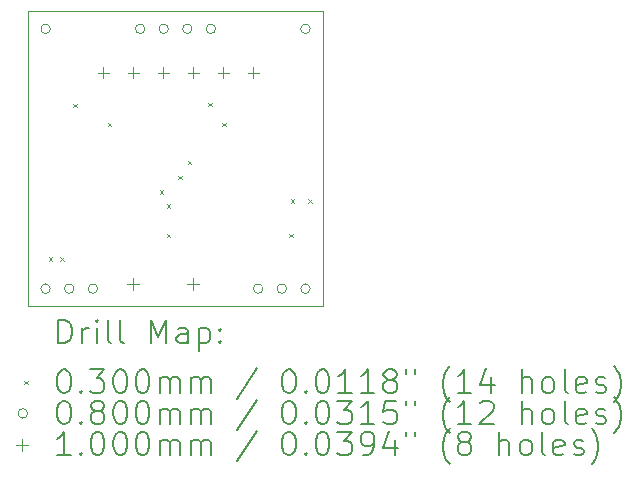
<source format=gbr>
%TF.GenerationSoftware,KiCad,Pcbnew,8.0.3*%
%TF.CreationDate,2024-07-13T19:45:57+02:00*%
%TF.ProjectId,Shift Register Board,53686966-7420-4526-9567-697374657220,rev?*%
%TF.SameCoordinates,Original*%
%TF.FileFunction,Drillmap*%
%TF.FilePolarity,Positive*%
%FSLAX45Y45*%
G04 Gerber Fmt 4.5, Leading zero omitted, Abs format (unit mm)*
G04 Created by KiCad (PCBNEW 8.0.3) date 2024-07-13 19:45:57*
%MOMM*%
%LPD*%
G01*
G04 APERTURE LIST*
%ADD10C,0.050000*%
%ADD11C,0.200000*%
%ADD12C,0.100000*%
G04 APERTURE END LIST*
D10*
X5050000Y-6040000D02*
X7550000Y-6040000D01*
X7550000Y-8540000D01*
X5050000Y-8540000D01*
X5050000Y-6040000D01*
D11*
D12*
X5225000Y-8125000D02*
X5255000Y-8155000D01*
X5255000Y-8125000D02*
X5225000Y-8155000D01*
X5325000Y-8125000D02*
X5355000Y-8155000D01*
X5355000Y-8125000D02*
X5325000Y-8155000D01*
X5435000Y-6825000D02*
X5465000Y-6855000D01*
X5465000Y-6825000D02*
X5435000Y-6855000D01*
X5725000Y-6985000D02*
X5755000Y-7015000D01*
X5755000Y-6985000D02*
X5725000Y-7015000D01*
X6165000Y-7555000D02*
X6195000Y-7585000D01*
X6195000Y-7555000D02*
X6165000Y-7585000D01*
X6225000Y-7675000D02*
X6255000Y-7705000D01*
X6255000Y-7675000D02*
X6225000Y-7705000D01*
X6225000Y-7925000D02*
X6255000Y-7955000D01*
X6255000Y-7925000D02*
X6225000Y-7955000D01*
X6325000Y-7435000D02*
X6355000Y-7465000D01*
X6355000Y-7435000D02*
X6325000Y-7465000D01*
X6405000Y-7305000D02*
X6435000Y-7335000D01*
X6435000Y-7305000D02*
X6405000Y-7335000D01*
X6575000Y-6815000D02*
X6605000Y-6845000D01*
X6605000Y-6815000D02*
X6575000Y-6845000D01*
X6695000Y-6985000D02*
X6725000Y-7015000D01*
X6725000Y-6985000D02*
X6695000Y-7015000D01*
X7265000Y-7925000D02*
X7295000Y-7955000D01*
X7295000Y-7925000D02*
X7265000Y-7955000D01*
X7275000Y-7635000D02*
X7305000Y-7665000D01*
X7305000Y-7635000D02*
X7275000Y-7665000D01*
X7425000Y-7635000D02*
X7455000Y-7665000D01*
X7455000Y-7635000D02*
X7425000Y-7665000D01*
X5240000Y-6190000D02*
G75*
G02*
X5160000Y-6190000I-40000J0D01*
G01*
X5160000Y-6190000D02*
G75*
G02*
X5240000Y-6190000I40000J0D01*
G01*
X5240000Y-8390000D02*
G75*
G02*
X5160000Y-8390000I-40000J0D01*
G01*
X5160000Y-8390000D02*
G75*
G02*
X5240000Y-8390000I40000J0D01*
G01*
X5440000Y-8390000D02*
G75*
G02*
X5360000Y-8390000I-40000J0D01*
G01*
X5360000Y-8390000D02*
G75*
G02*
X5440000Y-8390000I40000J0D01*
G01*
X5640000Y-8390000D02*
G75*
G02*
X5560000Y-8390000I-40000J0D01*
G01*
X5560000Y-8390000D02*
G75*
G02*
X5640000Y-8390000I40000J0D01*
G01*
X6040000Y-6190000D02*
G75*
G02*
X5960000Y-6190000I-40000J0D01*
G01*
X5960000Y-6190000D02*
G75*
G02*
X6040000Y-6190000I40000J0D01*
G01*
X6240000Y-6190000D02*
G75*
G02*
X6160000Y-6190000I-40000J0D01*
G01*
X6160000Y-6190000D02*
G75*
G02*
X6240000Y-6190000I40000J0D01*
G01*
X6440000Y-6190000D02*
G75*
G02*
X6360000Y-6190000I-40000J0D01*
G01*
X6360000Y-6190000D02*
G75*
G02*
X6440000Y-6190000I40000J0D01*
G01*
X6640000Y-6190000D02*
G75*
G02*
X6560000Y-6190000I-40000J0D01*
G01*
X6560000Y-6190000D02*
G75*
G02*
X6640000Y-6190000I40000J0D01*
G01*
X7040000Y-8390000D02*
G75*
G02*
X6960000Y-8390000I-40000J0D01*
G01*
X6960000Y-8390000D02*
G75*
G02*
X7040000Y-8390000I40000J0D01*
G01*
X7240000Y-8390000D02*
G75*
G02*
X7160000Y-8390000I-40000J0D01*
G01*
X7160000Y-8390000D02*
G75*
G02*
X7240000Y-8390000I40000J0D01*
G01*
X7440000Y-6190000D02*
G75*
G02*
X7360000Y-6190000I-40000J0D01*
G01*
X7360000Y-6190000D02*
G75*
G02*
X7440000Y-6190000I40000J0D01*
G01*
X7440000Y-8390000D02*
G75*
G02*
X7360000Y-8390000I-40000J0D01*
G01*
X7360000Y-8390000D02*
G75*
G02*
X7440000Y-8390000I40000J0D01*
G01*
X5690000Y-6510000D02*
X5690000Y-6610000D01*
X5640000Y-6560000D02*
X5740000Y-6560000D01*
X5940000Y-8300000D02*
X5940000Y-8400000D01*
X5890000Y-8350000D02*
X5990000Y-8350000D01*
X5944000Y-6510000D02*
X5944000Y-6610000D01*
X5894000Y-6560000D02*
X5994000Y-6560000D01*
X6198000Y-6510000D02*
X6198000Y-6610000D01*
X6148000Y-6560000D02*
X6248000Y-6560000D01*
X6450000Y-8300000D02*
X6450000Y-8400000D01*
X6400000Y-8350000D02*
X6500000Y-8350000D01*
X6452000Y-6510000D02*
X6452000Y-6610000D01*
X6402000Y-6560000D02*
X6502000Y-6560000D01*
X6706000Y-6510000D02*
X6706000Y-6610000D01*
X6656000Y-6560000D02*
X6756000Y-6560000D01*
X6960000Y-6510000D02*
X6960000Y-6610000D01*
X6910000Y-6560000D02*
X7010000Y-6560000D01*
D11*
X5308277Y-8853984D02*
X5308277Y-8653984D01*
X5308277Y-8653984D02*
X5355896Y-8653984D01*
X5355896Y-8653984D02*
X5384467Y-8663508D01*
X5384467Y-8663508D02*
X5403515Y-8682555D01*
X5403515Y-8682555D02*
X5413039Y-8701603D01*
X5413039Y-8701603D02*
X5422563Y-8739698D01*
X5422563Y-8739698D02*
X5422563Y-8768270D01*
X5422563Y-8768270D02*
X5413039Y-8806365D01*
X5413039Y-8806365D02*
X5403515Y-8825412D01*
X5403515Y-8825412D02*
X5384467Y-8844460D01*
X5384467Y-8844460D02*
X5355896Y-8853984D01*
X5355896Y-8853984D02*
X5308277Y-8853984D01*
X5508277Y-8853984D02*
X5508277Y-8720650D01*
X5508277Y-8758746D02*
X5517801Y-8739698D01*
X5517801Y-8739698D02*
X5527324Y-8730174D01*
X5527324Y-8730174D02*
X5546372Y-8720650D01*
X5546372Y-8720650D02*
X5565420Y-8720650D01*
X5632086Y-8853984D02*
X5632086Y-8720650D01*
X5632086Y-8653984D02*
X5622562Y-8663508D01*
X5622562Y-8663508D02*
X5632086Y-8673031D01*
X5632086Y-8673031D02*
X5641610Y-8663508D01*
X5641610Y-8663508D02*
X5632086Y-8653984D01*
X5632086Y-8653984D02*
X5632086Y-8673031D01*
X5755896Y-8853984D02*
X5736848Y-8844460D01*
X5736848Y-8844460D02*
X5727324Y-8825412D01*
X5727324Y-8825412D02*
X5727324Y-8653984D01*
X5860658Y-8853984D02*
X5841610Y-8844460D01*
X5841610Y-8844460D02*
X5832086Y-8825412D01*
X5832086Y-8825412D02*
X5832086Y-8653984D01*
X6089229Y-8853984D02*
X6089229Y-8653984D01*
X6089229Y-8653984D02*
X6155896Y-8796841D01*
X6155896Y-8796841D02*
X6222562Y-8653984D01*
X6222562Y-8653984D02*
X6222562Y-8853984D01*
X6403515Y-8853984D02*
X6403515Y-8749222D01*
X6403515Y-8749222D02*
X6393991Y-8730174D01*
X6393991Y-8730174D02*
X6374943Y-8720650D01*
X6374943Y-8720650D02*
X6336848Y-8720650D01*
X6336848Y-8720650D02*
X6317801Y-8730174D01*
X6403515Y-8844460D02*
X6384467Y-8853984D01*
X6384467Y-8853984D02*
X6336848Y-8853984D01*
X6336848Y-8853984D02*
X6317801Y-8844460D01*
X6317801Y-8844460D02*
X6308277Y-8825412D01*
X6308277Y-8825412D02*
X6308277Y-8806365D01*
X6308277Y-8806365D02*
X6317801Y-8787317D01*
X6317801Y-8787317D02*
X6336848Y-8777793D01*
X6336848Y-8777793D02*
X6384467Y-8777793D01*
X6384467Y-8777793D02*
X6403515Y-8768270D01*
X6498753Y-8720650D02*
X6498753Y-8920650D01*
X6498753Y-8730174D02*
X6517801Y-8720650D01*
X6517801Y-8720650D02*
X6555896Y-8720650D01*
X6555896Y-8720650D02*
X6574943Y-8730174D01*
X6574943Y-8730174D02*
X6584467Y-8739698D01*
X6584467Y-8739698D02*
X6593991Y-8758746D01*
X6593991Y-8758746D02*
X6593991Y-8815889D01*
X6593991Y-8815889D02*
X6584467Y-8834936D01*
X6584467Y-8834936D02*
X6574943Y-8844460D01*
X6574943Y-8844460D02*
X6555896Y-8853984D01*
X6555896Y-8853984D02*
X6517801Y-8853984D01*
X6517801Y-8853984D02*
X6498753Y-8844460D01*
X6679705Y-8834936D02*
X6689229Y-8844460D01*
X6689229Y-8844460D02*
X6679705Y-8853984D01*
X6679705Y-8853984D02*
X6670182Y-8844460D01*
X6670182Y-8844460D02*
X6679705Y-8834936D01*
X6679705Y-8834936D02*
X6679705Y-8853984D01*
X6679705Y-8730174D02*
X6689229Y-8739698D01*
X6689229Y-8739698D02*
X6679705Y-8749222D01*
X6679705Y-8749222D02*
X6670182Y-8739698D01*
X6670182Y-8739698D02*
X6679705Y-8730174D01*
X6679705Y-8730174D02*
X6679705Y-8749222D01*
D12*
X5017500Y-9167500D02*
X5047500Y-9197500D01*
X5047500Y-9167500D02*
X5017500Y-9197500D01*
D11*
X5346372Y-9073984D02*
X5365420Y-9073984D01*
X5365420Y-9073984D02*
X5384467Y-9083508D01*
X5384467Y-9083508D02*
X5393991Y-9093031D01*
X5393991Y-9093031D02*
X5403515Y-9112079D01*
X5403515Y-9112079D02*
X5413039Y-9150174D01*
X5413039Y-9150174D02*
X5413039Y-9197793D01*
X5413039Y-9197793D02*
X5403515Y-9235889D01*
X5403515Y-9235889D02*
X5393991Y-9254936D01*
X5393991Y-9254936D02*
X5384467Y-9264460D01*
X5384467Y-9264460D02*
X5365420Y-9273984D01*
X5365420Y-9273984D02*
X5346372Y-9273984D01*
X5346372Y-9273984D02*
X5327324Y-9264460D01*
X5327324Y-9264460D02*
X5317801Y-9254936D01*
X5317801Y-9254936D02*
X5308277Y-9235889D01*
X5308277Y-9235889D02*
X5298753Y-9197793D01*
X5298753Y-9197793D02*
X5298753Y-9150174D01*
X5298753Y-9150174D02*
X5308277Y-9112079D01*
X5308277Y-9112079D02*
X5317801Y-9093031D01*
X5317801Y-9093031D02*
X5327324Y-9083508D01*
X5327324Y-9083508D02*
X5346372Y-9073984D01*
X5498753Y-9254936D02*
X5508277Y-9264460D01*
X5508277Y-9264460D02*
X5498753Y-9273984D01*
X5498753Y-9273984D02*
X5489229Y-9264460D01*
X5489229Y-9264460D02*
X5498753Y-9254936D01*
X5498753Y-9254936D02*
X5498753Y-9273984D01*
X5574944Y-9073984D02*
X5698753Y-9073984D01*
X5698753Y-9073984D02*
X5632086Y-9150174D01*
X5632086Y-9150174D02*
X5660658Y-9150174D01*
X5660658Y-9150174D02*
X5679705Y-9159698D01*
X5679705Y-9159698D02*
X5689229Y-9169222D01*
X5689229Y-9169222D02*
X5698753Y-9188270D01*
X5698753Y-9188270D02*
X5698753Y-9235889D01*
X5698753Y-9235889D02*
X5689229Y-9254936D01*
X5689229Y-9254936D02*
X5679705Y-9264460D01*
X5679705Y-9264460D02*
X5660658Y-9273984D01*
X5660658Y-9273984D02*
X5603515Y-9273984D01*
X5603515Y-9273984D02*
X5584467Y-9264460D01*
X5584467Y-9264460D02*
X5574944Y-9254936D01*
X5822562Y-9073984D02*
X5841610Y-9073984D01*
X5841610Y-9073984D02*
X5860658Y-9083508D01*
X5860658Y-9083508D02*
X5870182Y-9093031D01*
X5870182Y-9093031D02*
X5879705Y-9112079D01*
X5879705Y-9112079D02*
X5889229Y-9150174D01*
X5889229Y-9150174D02*
X5889229Y-9197793D01*
X5889229Y-9197793D02*
X5879705Y-9235889D01*
X5879705Y-9235889D02*
X5870182Y-9254936D01*
X5870182Y-9254936D02*
X5860658Y-9264460D01*
X5860658Y-9264460D02*
X5841610Y-9273984D01*
X5841610Y-9273984D02*
X5822562Y-9273984D01*
X5822562Y-9273984D02*
X5803515Y-9264460D01*
X5803515Y-9264460D02*
X5793991Y-9254936D01*
X5793991Y-9254936D02*
X5784467Y-9235889D01*
X5784467Y-9235889D02*
X5774943Y-9197793D01*
X5774943Y-9197793D02*
X5774943Y-9150174D01*
X5774943Y-9150174D02*
X5784467Y-9112079D01*
X5784467Y-9112079D02*
X5793991Y-9093031D01*
X5793991Y-9093031D02*
X5803515Y-9083508D01*
X5803515Y-9083508D02*
X5822562Y-9073984D01*
X6013039Y-9073984D02*
X6032086Y-9073984D01*
X6032086Y-9073984D02*
X6051134Y-9083508D01*
X6051134Y-9083508D02*
X6060658Y-9093031D01*
X6060658Y-9093031D02*
X6070182Y-9112079D01*
X6070182Y-9112079D02*
X6079705Y-9150174D01*
X6079705Y-9150174D02*
X6079705Y-9197793D01*
X6079705Y-9197793D02*
X6070182Y-9235889D01*
X6070182Y-9235889D02*
X6060658Y-9254936D01*
X6060658Y-9254936D02*
X6051134Y-9264460D01*
X6051134Y-9264460D02*
X6032086Y-9273984D01*
X6032086Y-9273984D02*
X6013039Y-9273984D01*
X6013039Y-9273984D02*
X5993991Y-9264460D01*
X5993991Y-9264460D02*
X5984467Y-9254936D01*
X5984467Y-9254936D02*
X5974943Y-9235889D01*
X5974943Y-9235889D02*
X5965420Y-9197793D01*
X5965420Y-9197793D02*
X5965420Y-9150174D01*
X5965420Y-9150174D02*
X5974943Y-9112079D01*
X5974943Y-9112079D02*
X5984467Y-9093031D01*
X5984467Y-9093031D02*
X5993991Y-9083508D01*
X5993991Y-9083508D02*
X6013039Y-9073984D01*
X6165420Y-9273984D02*
X6165420Y-9140650D01*
X6165420Y-9159698D02*
X6174943Y-9150174D01*
X6174943Y-9150174D02*
X6193991Y-9140650D01*
X6193991Y-9140650D02*
X6222563Y-9140650D01*
X6222563Y-9140650D02*
X6241610Y-9150174D01*
X6241610Y-9150174D02*
X6251134Y-9169222D01*
X6251134Y-9169222D02*
X6251134Y-9273984D01*
X6251134Y-9169222D02*
X6260658Y-9150174D01*
X6260658Y-9150174D02*
X6279705Y-9140650D01*
X6279705Y-9140650D02*
X6308277Y-9140650D01*
X6308277Y-9140650D02*
X6327324Y-9150174D01*
X6327324Y-9150174D02*
X6336848Y-9169222D01*
X6336848Y-9169222D02*
X6336848Y-9273984D01*
X6432086Y-9273984D02*
X6432086Y-9140650D01*
X6432086Y-9159698D02*
X6441610Y-9150174D01*
X6441610Y-9150174D02*
X6460658Y-9140650D01*
X6460658Y-9140650D02*
X6489229Y-9140650D01*
X6489229Y-9140650D02*
X6508277Y-9150174D01*
X6508277Y-9150174D02*
X6517801Y-9169222D01*
X6517801Y-9169222D02*
X6517801Y-9273984D01*
X6517801Y-9169222D02*
X6527324Y-9150174D01*
X6527324Y-9150174D02*
X6546372Y-9140650D01*
X6546372Y-9140650D02*
X6574943Y-9140650D01*
X6574943Y-9140650D02*
X6593991Y-9150174D01*
X6593991Y-9150174D02*
X6603515Y-9169222D01*
X6603515Y-9169222D02*
X6603515Y-9273984D01*
X6993991Y-9064460D02*
X6822563Y-9321603D01*
X7251134Y-9073984D02*
X7270182Y-9073984D01*
X7270182Y-9073984D02*
X7289229Y-9083508D01*
X7289229Y-9083508D02*
X7298753Y-9093031D01*
X7298753Y-9093031D02*
X7308277Y-9112079D01*
X7308277Y-9112079D02*
X7317801Y-9150174D01*
X7317801Y-9150174D02*
X7317801Y-9197793D01*
X7317801Y-9197793D02*
X7308277Y-9235889D01*
X7308277Y-9235889D02*
X7298753Y-9254936D01*
X7298753Y-9254936D02*
X7289229Y-9264460D01*
X7289229Y-9264460D02*
X7270182Y-9273984D01*
X7270182Y-9273984D02*
X7251134Y-9273984D01*
X7251134Y-9273984D02*
X7232086Y-9264460D01*
X7232086Y-9264460D02*
X7222563Y-9254936D01*
X7222563Y-9254936D02*
X7213039Y-9235889D01*
X7213039Y-9235889D02*
X7203515Y-9197793D01*
X7203515Y-9197793D02*
X7203515Y-9150174D01*
X7203515Y-9150174D02*
X7213039Y-9112079D01*
X7213039Y-9112079D02*
X7222563Y-9093031D01*
X7222563Y-9093031D02*
X7232086Y-9083508D01*
X7232086Y-9083508D02*
X7251134Y-9073984D01*
X7403515Y-9254936D02*
X7413039Y-9264460D01*
X7413039Y-9264460D02*
X7403515Y-9273984D01*
X7403515Y-9273984D02*
X7393991Y-9264460D01*
X7393991Y-9264460D02*
X7403515Y-9254936D01*
X7403515Y-9254936D02*
X7403515Y-9273984D01*
X7536848Y-9073984D02*
X7555896Y-9073984D01*
X7555896Y-9073984D02*
X7574944Y-9083508D01*
X7574944Y-9083508D02*
X7584467Y-9093031D01*
X7584467Y-9093031D02*
X7593991Y-9112079D01*
X7593991Y-9112079D02*
X7603515Y-9150174D01*
X7603515Y-9150174D02*
X7603515Y-9197793D01*
X7603515Y-9197793D02*
X7593991Y-9235889D01*
X7593991Y-9235889D02*
X7584467Y-9254936D01*
X7584467Y-9254936D02*
X7574944Y-9264460D01*
X7574944Y-9264460D02*
X7555896Y-9273984D01*
X7555896Y-9273984D02*
X7536848Y-9273984D01*
X7536848Y-9273984D02*
X7517801Y-9264460D01*
X7517801Y-9264460D02*
X7508277Y-9254936D01*
X7508277Y-9254936D02*
X7498753Y-9235889D01*
X7498753Y-9235889D02*
X7489229Y-9197793D01*
X7489229Y-9197793D02*
X7489229Y-9150174D01*
X7489229Y-9150174D02*
X7498753Y-9112079D01*
X7498753Y-9112079D02*
X7508277Y-9093031D01*
X7508277Y-9093031D02*
X7517801Y-9083508D01*
X7517801Y-9083508D02*
X7536848Y-9073984D01*
X7793991Y-9273984D02*
X7679706Y-9273984D01*
X7736848Y-9273984D02*
X7736848Y-9073984D01*
X7736848Y-9073984D02*
X7717801Y-9102555D01*
X7717801Y-9102555D02*
X7698753Y-9121603D01*
X7698753Y-9121603D02*
X7679706Y-9131127D01*
X7984467Y-9273984D02*
X7870182Y-9273984D01*
X7927325Y-9273984D02*
X7927325Y-9073984D01*
X7927325Y-9073984D02*
X7908277Y-9102555D01*
X7908277Y-9102555D02*
X7889229Y-9121603D01*
X7889229Y-9121603D02*
X7870182Y-9131127D01*
X8098753Y-9159698D02*
X8079706Y-9150174D01*
X8079706Y-9150174D02*
X8070182Y-9140650D01*
X8070182Y-9140650D02*
X8060658Y-9121603D01*
X8060658Y-9121603D02*
X8060658Y-9112079D01*
X8060658Y-9112079D02*
X8070182Y-9093031D01*
X8070182Y-9093031D02*
X8079706Y-9083508D01*
X8079706Y-9083508D02*
X8098753Y-9073984D01*
X8098753Y-9073984D02*
X8136848Y-9073984D01*
X8136848Y-9073984D02*
X8155896Y-9083508D01*
X8155896Y-9083508D02*
X8165420Y-9093031D01*
X8165420Y-9093031D02*
X8174944Y-9112079D01*
X8174944Y-9112079D02*
X8174944Y-9121603D01*
X8174944Y-9121603D02*
X8165420Y-9140650D01*
X8165420Y-9140650D02*
X8155896Y-9150174D01*
X8155896Y-9150174D02*
X8136848Y-9159698D01*
X8136848Y-9159698D02*
X8098753Y-9159698D01*
X8098753Y-9159698D02*
X8079706Y-9169222D01*
X8079706Y-9169222D02*
X8070182Y-9178746D01*
X8070182Y-9178746D02*
X8060658Y-9197793D01*
X8060658Y-9197793D02*
X8060658Y-9235889D01*
X8060658Y-9235889D02*
X8070182Y-9254936D01*
X8070182Y-9254936D02*
X8079706Y-9264460D01*
X8079706Y-9264460D02*
X8098753Y-9273984D01*
X8098753Y-9273984D02*
X8136848Y-9273984D01*
X8136848Y-9273984D02*
X8155896Y-9264460D01*
X8155896Y-9264460D02*
X8165420Y-9254936D01*
X8165420Y-9254936D02*
X8174944Y-9235889D01*
X8174944Y-9235889D02*
X8174944Y-9197793D01*
X8174944Y-9197793D02*
X8165420Y-9178746D01*
X8165420Y-9178746D02*
X8155896Y-9169222D01*
X8155896Y-9169222D02*
X8136848Y-9159698D01*
X8251134Y-9073984D02*
X8251134Y-9112079D01*
X8327325Y-9073984D02*
X8327325Y-9112079D01*
X8622563Y-9350174D02*
X8613039Y-9340650D01*
X8613039Y-9340650D02*
X8593991Y-9312079D01*
X8593991Y-9312079D02*
X8584468Y-9293031D01*
X8584468Y-9293031D02*
X8574944Y-9264460D01*
X8574944Y-9264460D02*
X8565420Y-9216841D01*
X8565420Y-9216841D02*
X8565420Y-9178746D01*
X8565420Y-9178746D02*
X8574944Y-9131127D01*
X8574944Y-9131127D02*
X8584468Y-9102555D01*
X8584468Y-9102555D02*
X8593991Y-9083508D01*
X8593991Y-9083508D02*
X8613039Y-9054936D01*
X8613039Y-9054936D02*
X8622563Y-9045412D01*
X8803515Y-9273984D02*
X8689230Y-9273984D01*
X8746372Y-9273984D02*
X8746372Y-9073984D01*
X8746372Y-9073984D02*
X8727325Y-9102555D01*
X8727325Y-9102555D02*
X8708277Y-9121603D01*
X8708277Y-9121603D02*
X8689230Y-9131127D01*
X8974944Y-9140650D02*
X8974944Y-9273984D01*
X8927325Y-9064460D02*
X8879706Y-9207317D01*
X8879706Y-9207317D02*
X9003515Y-9207317D01*
X9232087Y-9273984D02*
X9232087Y-9073984D01*
X9317801Y-9273984D02*
X9317801Y-9169222D01*
X9317801Y-9169222D02*
X9308277Y-9150174D01*
X9308277Y-9150174D02*
X9289230Y-9140650D01*
X9289230Y-9140650D02*
X9260658Y-9140650D01*
X9260658Y-9140650D02*
X9241611Y-9150174D01*
X9241611Y-9150174D02*
X9232087Y-9159698D01*
X9441611Y-9273984D02*
X9422563Y-9264460D01*
X9422563Y-9264460D02*
X9413039Y-9254936D01*
X9413039Y-9254936D02*
X9403515Y-9235889D01*
X9403515Y-9235889D02*
X9403515Y-9178746D01*
X9403515Y-9178746D02*
X9413039Y-9159698D01*
X9413039Y-9159698D02*
X9422563Y-9150174D01*
X9422563Y-9150174D02*
X9441611Y-9140650D01*
X9441611Y-9140650D02*
X9470182Y-9140650D01*
X9470182Y-9140650D02*
X9489230Y-9150174D01*
X9489230Y-9150174D02*
X9498753Y-9159698D01*
X9498753Y-9159698D02*
X9508277Y-9178746D01*
X9508277Y-9178746D02*
X9508277Y-9235889D01*
X9508277Y-9235889D02*
X9498753Y-9254936D01*
X9498753Y-9254936D02*
X9489230Y-9264460D01*
X9489230Y-9264460D02*
X9470182Y-9273984D01*
X9470182Y-9273984D02*
X9441611Y-9273984D01*
X9622563Y-9273984D02*
X9603515Y-9264460D01*
X9603515Y-9264460D02*
X9593992Y-9245412D01*
X9593992Y-9245412D02*
X9593992Y-9073984D01*
X9774944Y-9264460D02*
X9755896Y-9273984D01*
X9755896Y-9273984D02*
X9717801Y-9273984D01*
X9717801Y-9273984D02*
X9698753Y-9264460D01*
X9698753Y-9264460D02*
X9689230Y-9245412D01*
X9689230Y-9245412D02*
X9689230Y-9169222D01*
X9689230Y-9169222D02*
X9698753Y-9150174D01*
X9698753Y-9150174D02*
X9717801Y-9140650D01*
X9717801Y-9140650D02*
X9755896Y-9140650D01*
X9755896Y-9140650D02*
X9774944Y-9150174D01*
X9774944Y-9150174D02*
X9784468Y-9169222D01*
X9784468Y-9169222D02*
X9784468Y-9188270D01*
X9784468Y-9188270D02*
X9689230Y-9207317D01*
X9860658Y-9264460D02*
X9879706Y-9273984D01*
X9879706Y-9273984D02*
X9917801Y-9273984D01*
X9917801Y-9273984D02*
X9936849Y-9264460D01*
X9936849Y-9264460D02*
X9946373Y-9245412D01*
X9946373Y-9245412D02*
X9946373Y-9235889D01*
X9946373Y-9235889D02*
X9936849Y-9216841D01*
X9936849Y-9216841D02*
X9917801Y-9207317D01*
X9917801Y-9207317D02*
X9889230Y-9207317D01*
X9889230Y-9207317D02*
X9870182Y-9197793D01*
X9870182Y-9197793D02*
X9860658Y-9178746D01*
X9860658Y-9178746D02*
X9860658Y-9169222D01*
X9860658Y-9169222D02*
X9870182Y-9150174D01*
X9870182Y-9150174D02*
X9889230Y-9140650D01*
X9889230Y-9140650D02*
X9917801Y-9140650D01*
X9917801Y-9140650D02*
X9936849Y-9150174D01*
X10013039Y-9350174D02*
X10022563Y-9340650D01*
X10022563Y-9340650D02*
X10041611Y-9312079D01*
X10041611Y-9312079D02*
X10051134Y-9293031D01*
X10051134Y-9293031D02*
X10060658Y-9264460D01*
X10060658Y-9264460D02*
X10070182Y-9216841D01*
X10070182Y-9216841D02*
X10070182Y-9178746D01*
X10070182Y-9178746D02*
X10060658Y-9131127D01*
X10060658Y-9131127D02*
X10051134Y-9102555D01*
X10051134Y-9102555D02*
X10041611Y-9083508D01*
X10041611Y-9083508D02*
X10022563Y-9054936D01*
X10022563Y-9054936D02*
X10013039Y-9045412D01*
D12*
X5047500Y-9446500D02*
G75*
G02*
X4967500Y-9446500I-40000J0D01*
G01*
X4967500Y-9446500D02*
G75*
G02*
X5047500Y-9446500I40000J0D01*
G01*
D11*
X5346372Y-9337984D02*
X5365420Y-9337984D01*
X5365420Y-9337984D02*
X5384467Y-9347508D01*
X5384467Y-9347508D02*
X5393991Y-9357031D01*
X5393991Y-9357031D02*
X5403515Y-9376079D01*
X5403515Y-9376079D02*
X5413039Y-9414174D01*
X5413039Y-9414174D02*
X5413039Y-9461793D01*
X5413039Y-9461793D02*
X5403515Y-9499889D01*
X5403515Y-9499889D02*
X5393991Y-9518936D01*
X5393991Y-9518936D02*
X5384467Y-9528460D01*
X5384467Y-9528460D02*
X5365420Y-9537984D01*
X5365420Y-9537984D02*
X5346372Y-9537984D01*
X5346372Y-9537984D02*
X5327324Y-9528460D01*
X5327324Y-9528460D02*
X5317801Y-9518936D01*
X5317801Y-9518936D02*
X5308277Y-9499889D01*
X5308277Y-9499889D02*
X5298753Y-9461793D01*
X5298753Y-9461793D02*
X5298753Y-9414174D01*
X5298753Y-9414174D02*
X5308277Y-9376079D01*
X5308277Y-9376079D02*
X5317801Y-9357031D01*
X5317801Y-9357031D02*
X5327324Y-9347508D01*
X5327324Y-9347508D02*
X5346372Y-9337984D01*
X5498753Y-9518936D02*
X5508277Y-9528460D01*
X5508277Y-9528460D02*
X5498753Y-9537984D01*
X5498753Y-9537984D02*
X5489229Y-9528460D01*
X5489229Y-9528460D02*
X5498753Y-9518936D01*
X5498753Y-9518936D02*
X5498753Y-9537984D01*
X5622562Y-9423698D02*
X5603515Y-9414174D01*
X5603515Y-9414174D02*
X5593991Y-9404650D01*
X5593991Y-9404650D02*
X5584467Y-9385603D01*
X5584467Y-9385603D02*
X5584467Y-9376079D01*
X5584467Y-9376079D02*
X5593991Y-9357031D01*
X5593991Y-9357031D02*
X5603515Y-9347508D01*
X5603515Y-9347508D02*
X5622562Y-9337984D01*
X5622562Y-9337984D02*
X5660658Y-9337984D01*
X5660658Y-9337984D02*
X5679705Y-9347508D01*
X5679705Y-9347508D02*
X5689229Y-9357031D01*
X5689229Y-9357031D02*
X5698753Y-9376079D01*
X5698753Y-9376079D02*
X5698753Y-9385603D01*
X5698753Y-9385603D02*
X5689229Y-9404650D01*
X5689229Y-9404650D02*
X5679705Y-9414174D01*
X5679705Y-9414174D02*
X5660658Y-9423698D01*
X5660658Y-9423698D02*
X5622562Y-9423698D01*
X5622562Y-9423698D02*
X5603515Y-9433222D01*
X5603515Y-9433222D02*
X5593991Y-9442746D01*
X5593991Y-9442746D02*
X5584467Y-9461793D01*
X5584467Y-9461793D02*
X5584467Y-9499889D01*
X5584467Y-9499889D02*
X5593991Y-9518936D01*
X5593991Y-9518936D02*
X5603515Y-9528460D01*
X5603515Y-9528460D02*
X5622562Y-9537984D01*
X5622562Y-9537984D02*
X5660658Y-9537984D01*
X5660658Y-9537984D02*
X5679705Y-9528460D01*
X5679705Y-9528460D02*
X5689229Y-9518936D01*
X5689229Y-9518936D02*
X5698753Y-9499889D01*
X5698753Y-9499889D02*
X5698753Y-9461793D01*
X5698753Y-9461793D02*
X5689229Y-9442746D01*
X5689229Y-9442746D02*
X5679705Y-9433222D01*
X5679705Y-9433222D02*
X5660658Y-9423698D01*
X5822562Y-9337984D02*
X5841610Y-9337984D01*
X5841610Y-9337984D02*
X5860658Y-9347508D01*
X5860658Y-9347508D02*
X5870182Y-9357031D01*
X5870182Y-9357031D02*
X5879705Y-9376079D01*
X5879705Y-9376079D02*
X5889229Y-9414174D01*
X5889229Y-9414174D02*
X5889229Y-9461793D01*
X5889229Y-9461793D02*
X5879705Y-9499889D01*
X5879705Y-9499889D02*
X5870182Y-9518936D01*
X5870182Y-9518936D02*
X5860658Y-9528460D01*
X5860658Y-9528460D02*
X5841610Y-9537984D01*
X5841610Y-9537984D02*
X5822562Y-9537984D01*
X5822562Y-9537984D02*
X5803515Y-9528460D01*
X5803515Y-9528460D02*
X5793991Y-9518936D01*
X5793991Y-9518936D02*
X5784467Y-9499889D01*
X5784467Y-9499889D02*
X5774943Y-9461793D01*
X5774943Y-9461793D02*
X5774943Y-9414174D01*
X5774943Y-9414174D02*
X5784467Y-9376079D01*
X5784467Y-9376079D02*
X5793991Y-9357031D01*
X5793991Y-9357031D02*
X5803515Y-9347508D01*
X5803515Y-9347508D02*
X5822562Y-9337984D01*
X6013039Y-9337984D02*
X6032086Y-9337984D01*
X6032086Y-9337984D02*
X6051134Y-9347508D01*
X6051134Y-9347508D02*
X6060658Y-9357031D01*
X6060658Y-9357031D02*
X6070182Y-9376079D01*
X6070182Y-9376079D02*
X6079705Y-9414174D01*
X6079705Y-9414174D02*
X6079705Y-9461793D01*
X6079705Y-9461793D02*
X6070182Y-9499889D01*
X6070182Y-9499889D02*
X6060658Y-9518936D01*
X6060658Y-9518936D02*
X6051134Y-9528460D01*
X6051134Y-9528460D02*
X6032086Y-9537984D01*
X6032086Y-9537984D02*
X6013039Y-9537984D01*
X6013039Y-9537984D02*
X5993991Y-9528460D01*
X5993991Y-9528460D02*
X5984467Y-9518936D01*
X5984467Y-9518936D02*
X5974943Y-9499889D01*
X5974943Y-9499889D02*
X5965420Y-9461793D01*
X5965420Y-9461793D02*
X5965420Y-9414174D01*
X5965420Y-9414174D02*
X5974943Y-9376079D01*
X5974943Y-9376079D02*
X5984467Y-9357031D01*
X5984467Y-9357031D02*
X5993991Y-9347508D01*
X5993991Y-9347508D02*
X6013039Y-9337984D01*
X6165420Y-9537984D02*
X6165420Y-9404650D01*
X6165420Y-9423698D02*
X6174943Y-9414174D01*
X6174943Y-9414174D02*
X6193991Y-9404650D01*
X6193991Y-9404650D02*
X6222563Y-9404650D01*
X6222563Y-9404650D02*
X6241610Y-9414174D01*
X6241610Y-9414174D02*
X6251134Y-9433222D01*
X6251134Y-9433222D02*
X6251134Y-9537984D01*
X6251134Y-9433222D02*
X6260658Y-9414174D01*
X6260658Y-9414174D02*
X6279705Y-9404650D01*
X6279705Y-9404650D02*
X6308277Y-9404650D01*
X6308277Y-9404650D02*
X6327324Y-9414174D01*
X6327324Y-9414174D02*
X6336848Y-9433222D01*
X6336848Y-9433222D02*
X6336848Y-9537984D01*
X6432086Y-9537984D02*
X6432086Y-9404650D01*
X6432086Y-9423698D02*
X6441610Y-9414174D01*
X6441610Y-9414174D02*
X6460658Y-9404650D01*
X6460658Y-9404650D02*
X6489229Y-9404650D01*
X6489229Y-9404650D02*
X6508277Y-9414174D01*
X6508277Y-9414174D02*
X6517801Y-9433222D01*
X6517801Y-9433222D02*
X6517801Y-9537984D01*
X6517801Y-9433222D02*
X6527324Y-9414174D01*
X6527324Y-9414174D02*
X6546372Y-9404650D01*
X6546372Y-9404650D02*
X6574943Y-9404650D01*
X6574943Y-9404650D02*
X6593991Y-9414174D01*
X6593991Y-9414174D02*
X6603515Y-9433222D01*
X6603515Y-9433222D02*
X6603515Y-9537984D01*
X6993991Y-9328460D02*
X6822563Y-9585603D01*
X7251134Y-9337984D02*
X7270182Y-9337984D01*
X7270182Y-9337984D02*
X7289229Y-9347508D01*
X7289229Y-9347508D02*
X7298753Y-9357031D01*
X7298753Y-9357031D02*
X7308277Y-9376079D01*
X7308277Y-9376079D02*
X7317801Y-9414174D01*
X7317801Y-9414174D02*
X7317801Y-9461793D01*
X7317801Y-9461793D02*
X7308277Y-9499889D01*
X7308277Y-9499889D02*
X7298753Y-9518936D01*
X7298753Y-9518936D02*
X7289229Y-9528460D01*
X7289229Y-9528460D02*
X7270182Y-9537984D01*
X7270182Y-9537984D02*
X7251134Y-9537984D01*
X7251134Y-9537984D02*
X7232086Y-9528460D01*
X7232086Y-9528460D02*
X7222563Y-9518936D01*
X7222563Y-9518936D02*
X7213039Y-9499889D01*
X7213039Y-9499889D02*
X7203515Y-9461793D01*
X7203515Y-9461793D02*
X7203515Y-9414174D01*
X7203515Y-9414174D02*
X7213039Y-9376079D01*
X7213039Y-9376079D02*
X7222563Y-9357031D01*
X7222563Y-9357031D02*
X7232086Y-9347508D01*
X7232086Y-9347508D02*
X7251134Y-9337984D01*
X7403515Y-9518936D02*
X7413039Y-9528460D01*
X7413039Y-9528460D02*
X7403515Y-9537984D01*
X7403515Y-9537984D02*
X7393991Y-9528460D01*
X7393991Y-9528460D02*
X7403515Y-9518936D01*
X7403515Y-9518936D02*
X7403515Y-9537984D01*
X7536848Y-9337984D02*
X7555896Y-9337984D01*
X7555896Y-9337984D02*
X7574944Y-9347508D01*
X7574944Y-9347508D02*
X7584467Y-9357031D01*
X7584467Y-9357031D02*
X7593991Y-9376079D01*
X7593991Y-9376079D02*
X7603515Y-9414174D01*
X7603515Y-9414174D02*
X7603515Y-9461793D01*
X7603515Y-9461793D02*
X7593991Y-9499889D01*
X7593991Y-9499889D02*
X7584467Y-9518936D01*
X7584467Y-9518936D02*
X7574944Y-9528460D01*
X7574944Y-9528460D02*
X7555896Y-9537984D01*
X7555896Y-9537984D02*
X7536848Y-9537984D01*
X7536848Y-9537984D02*
X7517801Y-9528460D01*
X7517801Y-9528460D02*
X7508277Y-9518936D01*
X7508277Y-9518936D02*
X7498753Y-9499889D01*
X7498753Y-9499889D02*
X7489229Y-9461793D01*
X7489229Y-9461793D02*
X7489229Y-9414174D01*
X7489229Y-9414174D02*
X7498753Y-9376079D01*
X7498753Y-9376079D02*
X7508277Y-9357031D01*
X7508277Y-9357031D02*
X7517801Y-9347508D01*
X7517801Y-9347508D02*
X7536848Y-9337984D01*
X7670182Y-9337984D02*
X7793991Y-9337984D01*
X7793991Y-9337984D02*
X7727325Y-9414174D01*
X7727325Y-9414174D02*
X7755896Y-9414174D01*
X7755896Y-9414174D02*
X7774944Y-9423698D01*
X7774944Y-9423698D02*
X7784467Y-9433222D01*
X7784467Y-9433222D02*
X7793991Y-9452270D01*
X7793991Y-9452270D02*
X7793991Y-9499889D01*
X7793991Y-9499889D02*
X7784467Y-9518936D01*
X7784467Y-9518936D02*
X7774944Y-9528460D01*
X7774944Y-9528460D02*
X7755896Y-9537984D01*
X7755896Y-9537984D02*
X7698753Y-9537984D01*
X7698753Y-9537984D02*
X7679706Y-9528460D01*
X7679706Y-9528460D02*
X7670182Y-9518936D01*
X7984467Y-9537984D02*
X7870182Y-9537984D01*
X7927325Y-9537984D02*
X7927325Y-9337984D01*
X7927325Y-9337984D02*
X7908277Y-9366555D01*
X7908277Y-9366555D02*
X7889229Y-9385603D01*
X7889229Y-9385603D02*
X7870182Y-9395127D01*
X8165420Y-9337984D02*
X8070182Y-9337984D01*
X8070182Y-9337984D02*
X8060658Y-9433222D01*
X8060658Y-9433222D02*
X8070182Y-9423698D01*
X8070182Y-9423698D02*
X8089229Y-9414174D01*
X8089229Y-9414174D02*
X8136848Y-9414174D01*
X8136848Y-9414174D02*
X8155896Y-9423698D01*
X8155896Y-9423698D02*
X8165420Y-9433222D01*
X8165420Y-9433222D02*
X8174944Y-9452270D01*
X8174944Y-9452270D02*
X8174944Y-9499889D01*
X8174944Y-9499889D02*
X8165420Y-9518936D01*
X8165420Y-9518936D02*
X8155896Y-9528460D01*
X8155896Y-9528460D02*
X8136848Y-9537984D01*
X8136848Y-9537984D02*
X8089229Y-9537984D01*
X8089229Y-9537984D02*
X8070182Y-9528460D01*
X8070182Y-9528460D02*
X8060658Y-9518936D01*
X8251134Y-9337984D02*
X8251134Y-9376079D01*
X8327325Y-9337984D02*
X8327325Y-9376079D01*
X8622563Y-9614174D02*
X8613039Y-9604650D01*
X8613039Y-9604650D02*
X8593991Y-9576079D01*
X8593991Y-9576079D02*
X8584468Y-9557031D01*
X8584468Y-9557031D02*
X8574944Y-9528460D01*
X8574944Y-9528460D02*
X8565420Y-9480841D01*
X8565420Y-9480841D02*
X8565420Y-9442746D01*
X8565420Y-9442746D02*
X8574944Y-9395127D01*
X8574944Y-9395127D02*
X8584468Y-9366555D01*
X8584468Y-9366555D02*
X8593991Y-9347508D01*
X8593991Y-9347508D02*
X8613039Y-9318936D01*
X8613039Y-9318936D02*
X8622563Y-9309412D01*
X8803515Y-9537984D02*
X8689230Y-9537984D01*
X8746372Y-9537984D02*
X8746372Y-9337984D01*
X8746372Y-9337984D02*
X8727325Y-9366555D01*
X8727325Y-9366555D02*
X8708277Y-9385603D01*
X8708277Y-9385603D02*
X8689230Y-9395127D01*
X8879706Y-9357031D02*
X8889230Y-9347508D01*
X8889230Y-9347508D02*
X8908277Y-9337984D01*
X8908277Y-9337984D02*
X8955896Y-9337984D01*
X8955896Y-9337984D02*
X8974944Y-9347508D01*
X8974944Y-9347508D02*
X8984468Y-9357031D01*
X8984468Y-9357031D02*
X8993991Y-9376079D01*
X8993991Y-9376079D02*
X8993991Y-9395127D01*
X8993991Y-9395127D02*
X8984468Y-9423698D01*
X8984468Y-9423698D02*
X8870182Y-9537984D01*
X8870182Y-9537984D02*
X8993991Y-9537984D01*
X9232087Y-9537984D02*
X9232087Y-9337984D01*
X9317801Y-9537984D02*
X9317801Y-9433222D01*
X9317801Y-9433222D02*
X9308277Y-9414174D01*
X9308277Y-9414174D02*
X9289230Y-9404650D01*
X9289230Y-9404650D02*
X9260658Y-9404650D01*
X9260658Y-9404650D02*
X9241611Y-9414174D01*
X9241611Y-9414174D02*
X9232087Y-9423698D01*
X9441611Y-9537984D02*
X9422563Y-9528460D01*
X9422563Y-9528460D02*
X9413039Y-9518936D01*
X9413039Y-9518936D02*
X9403515Y-9499889D01*
X9403515Y-9499889D02*
X9403515Y-9442746D01*
X9403515Y-9442746D02*
X9413039Y-9423698D01*
X9413039Y-9423698D02*
X9422563Y-9414174D01*
X9422563Y-9414174D02*
X9441611Y-9404650D01*
X9441611Y-9404650D02*
X9470182Y-9404650D01*
X9470182Y-9404650D02*
X9489230Y-9414174D01*
X9489230Y-9414174D02*
X9498753Y-9423698D01*
X9498753Y-9423698D02*
X9508277Y-9442746D01*
X9508277Y-9442746D02*
X9508277Y-9499889D01*
X9508277Y-9499889D02*
X9498753Y-9518936D01*
X9498753Y-9518936D02*
X9489230Y-9528460D01*
X9489230Y-9528460D02*
X9470182Y-9537984D01*
X9470182Y-9537984D02*
X9441611Y-9537984D01*
X9622563Y-9537984D02*
X9603515Y-9528460D01*
X9603515Y-9528460D02*
X9593992Y-9509412D01*
X9593992Y-9509412D02*
X9593992Y-9337984D01*
X9774944Y-9528460D02*
X9755896Y-9537984D01*
X9755896Y-9537984D02*
X9717801Y-9537984D01*
X9717801Y-9537984D02*
X9698753Y-9528460D01*
X9698753Y-9528460D02*
X9689230Y-9509412D01*
X9689230Y-9509412D02*
X9689230Y-9433222D01*
X9689230Y-9433222D02*
X9698753Y-9414174D01*
X9698753Y-9414174D02*
X9717801Y-9404650D01*
X9717801Y-9404650D02*
X9755896Y-9404650D01*
X9755896Y-9404650D02*
X9774944Y-9414174D01*
X9774944Y-9414174D02*
X9784468Y-9433222D01*
X9784468Y-9433222D02*
X9784468Y-9452270D01*
X9784468Y-9452270D02*
X9689230Y-9471317D01*
X9860658Y-9528460D02*
X9879706Y-9537984D01*
X9879706Y-9537984D02*
X9917801Y-9537984D01*
X9917801Y-9537984D02*
X9936849Y-9528460D01*
X9936849Y-9528460D02*
X9946373Y-9509412D01*
X9946373Y-9509412D02*
X9946373Y-9499889D01*
X9946373Y-9499889D02*
X9936849Y-9480841D01*
X9936849Y-9480841D02*
X9917801Y-9471317D01*
X9917801Y-9471317D02*
X9889230Y-9471317D01*
X9889230Y-9471317D02*
X9870182Y-9461793D01*
X9870182Y-9461793D02*
X9860658Y-9442746D01*
X9860658Y-9442746D02*
X9860658Y-9433222D01*
X9860658Y-9433222D02*
X9870182Y-9414174D01*
X9870182Y-9414174D02*
X9889230Y-9404650D01*
X9889230Y-9404650D02*
X9917801Y-9404650D01*
X9917801Y-9404650D02*
X9936849Y-9414174D01*
X10013039Y-9614174D02*
X10022563Y-9604650D01*
X10022563Y-9604650D02*
X10041611Y-9576079D01*
X10041611Y-9576079D02*
X10051134Y-9557031D01*
X10051134Y-9557031D02*
X10060658Y-9528460D01*
X10060658Y-9528460D02*
X10070182Y-9480841D01*
X10070182Y-9480841D02*
X10070182Y-9442746D01*
X10070182Y-9442746D02*
X10060658Y-9395127D01*
X10060658Y-9395127D02*
X10051134Y-9366555D01*
X10051134Y-9366555D02*
X10041611Y-9347508D01*
X10041611Y-9347508D02*
X10022563Y-9318936D01*
X10022563Y-9318936D02*
X10013039Y-9309412D01*
D12*
X4997500Y-9660500D02*
X4997500Y-9760500D01*
X4947500Y-9710500D02*
X5047500Y-9710500D01*
D11*
X5413039Y-9801984D02*
X5298753Y-9801984D01*
X5355896Y-9801984D02*
X5355896Y-9601984D01*
X5355896Y-9601984D02*
X5336848Y-9630555D01*
X5336848Y-9630555D02*
X5317801Y-9649603D01*
X5317801Y-9649603D02*
X5298753Y-9659127D01*
X5498753Y-9782936D02*
X5508277Y-9792460D01*
X5508277Y-9792460D02*
X5498753Y-9801984D01*
X5498753Y-9801984D02*
X5489229Y-9792460D01*
X5489229Y-9792460D02*
X5498753Y-9782936D01*
X5498753Y-9782936D02*
X5498753Y-9801984D01*
X5632086Y-9601984D02*
X5651134Y-9601984D01*
X5651134Y-9601984D02*
X5670182Y-9611508D01*
X5670182Y-9611508D02*
X5679705Y-9621031D01*
X5679705Y-9621031D02*
X5689229Y-9640079D01*
X5689229Y-9640079D02*
X5698753Y-9678174D01*
X5698753Y-9678174D02*
X5698753Y-9725793D01*
X5698753Y-9725793D02*
X5689229Y-9763889D01*
X5689229Y-9763889D02*
X5679705Y-9782936D01*
X5679705Y-9782936D02*
X5670182Y-9792460D01*
X5670182Y-9792460D02*
X5651134Y-9801984D01*
X5651134Y-9801984D02*
X5632086Y-9801984D01*
X5632086Y-9801984D02*
X5613039Y-9792460D01*
X5613039Y-9792460D02*
X5603515Y-9782936D01*
X5603515Y-9782936D02*
X5593991Y-9763889D01*
X5593991Y-9763889D02*
X5584467Y-9725793D01*
X5584467Y-9725793D02*
X5584467Y-9678174D01*
X5584467Y-9678174D02*
X5593991Y-9640079D01*
X5593991Y-9640079D02*
X5603515Y-9621031D01*
X5603515Y-9621031D02*
X5613039Y-9611508D01*
X5613039Y-9611508D02*
X5632086Y-9601984D01*
X5822562Y-9601984D02*
X5841610Y-9601984D01*
X5841610Y-9601984D02*
X5860658Y-9611508D01*
X5860658Y-9611508D02*
X5870182Y-9621031D01*
X5870182Y-9621031D02*
X5879705Y-9640079D01*
X5879705Y-9640079D02*
X5889229Y-9678174D01*
X5889229Y-9678174D02*
X5889229Y-9725793D01*
X5889229Y-9725793D02*
X5879705Y-9763889D01*
X5879705Y-9763889D02*
X5870182Y-9782936D01*
X5870182Y-9782936D02*
X5860658Y-9792460D01*
X5860658Y-9792460D02*
X5841610Y-9801984D01*
X5841610Y-9801984D02*
X5822562Y-9801984D01*
X5822562Y-9801984D02*
X5803515Y-9792460D01*
X5803515Y-9792460D02*
X5793991Y-9782936D01*
X5793991Y-9782936D02*
X5784467Y-9763889D01*
X5784467Y-9763889D02*
X5774943Y-9725793D01*
X5774943Y-9725793D02*
X5774943Y-9678174D01*
X5774943Y-9678174D02*
X5784467Y-9640079D01*
X5784467Y-9640079D02*
X5793991Y-9621031D01*
X5793991Y-9621031D02*
X5803515Y-9611508D01*
X5803515Y-9611508D02*
X5822562Y-9601984D01*
X6013039Y-9601984D02*
X6032086Y-9601984D01*
X6032086Y-9601984D02*
X6051134Y-9611508D01*
X6051134Y-9611508D02*
X6060658Y-9621031D01*
X6060658Y-9621031D02*
X6070182Y-9640079D01*
X6070182Y-9640079D02*
X6079705Y-9678174D01*
X6079705Y-9678174D02*
X6079705Y-9725793D01*
X6079705Y-9725793D02*
X6070182Y-9763889D01*
X6070182Y-9763889D02*
X6060658Y-9782936D01*
X6060658Y-9782936D02*
X6051134Y-9792460D01*
X6051134Y-9792460D02*
X6032086Y-9801984D01*
X6032086Y-9801984D02*
X6013039Y-9801984D01*
X6013039Y-9801984D02*
X5993991Y-9792460D01*
X5993991Y-9792460D02*
X5984467Y-9782936D01*
X5984467Y-9782936D02*
X5974943Y-9763889D01*
X5974943Y-9763889D02*
X5965420Y-9725793D01*
X5965420Y-9725793D02*
X5965420Y-9678174D01*
X5965420Y-9678174D02*
X5974943Y-9640079D01*
X5974943Y-9640079D02*
X5984467Y-9621031D01*
X5984467Y-9621031D02*
X5993991Y-9611508D01*
X5993991Y-9611508D02*
X6013039Y-9601984D01*
X6165420Y-9801984D02*
X6165420Y-9668650D01*
X6165420Y-9687698D02*
X6174943Y-9678174D01*
X6174943Y-9678174D02*
X6193991Y-9668650D01*
X6193991Y-9668650D02*
X6222563Y-9668650D01*
X6222563Y-9668650D02*
X6241610Y-9678174D01*
X6241610Y-9678174D02*
X6251134Y-9697222D01*
X6251134Y-9697222D02*
X6251134Y-9801984D01*
X6251134Y-9697222D02*
X6260658Y-9678174D01*
X6260658Y-9678174D02*
X6279705Y-9668650D01*
X6279705Y-9668650D02*
X6308277Y-9668650D01*
X6308277Y-9668650D02*
X6327324Y-9678174D01*
X6327324Y-9678174D02*
X6336848Y-9697222D01*
X6336848Y-9697222D02*
X6336848Y-9801984D01*
X6432086Y-9801984D02*
X6432086Y-9668650D01*
X6432086Y-9687698D02*
X6441610Y-9678174D01*
X6441610Y-9678174D02*
X6460658Y-9668650D01*
X6460658Y-9668650D02*
X6489229Y-9668650D01*
X6489229Y-9668650D02*
X6508277Y-9678174D01*
X6508277Y-9678174D02*
X6517801Y-9697222D01*
X6517801Y-9697222D02*
X6517801Y-9801984D01*
X6517801Y-9697222D02*
X6527324Y-9678174D01*
X6527324Y-9678174D02*
X6546372Y-9668650D01*
X6546372Y-9668650D02*
X6574943Y-9668650D01*
X6574943Y-9668650D02*
X6593991Y-9678174D01*
X6593991Y-9678174D02*
X6603515Y-9697222D01*
X6603515Y-9697222D02*
X6603515Y-9801984D01*
X6993991Y-9592460D02*
X6822563Y-9849603D01*
X7251134Y-9601984D02*
X7270182Y-9601984D01*
X7270182Y-9601984D02*
X7289229Y-9611508D01*
X7289229Y-9611508D02*
X7298753Y-9621031D01*
X7298753Y-9621031D02*
X7308277Y-9640079D01*
X7308277Y-9640079D02*
X7317801Y-9678174D01*
X7317801Y-9678174D02*
X7317801Y-9725793D01*
X7317801Y-9725793D02*
X7308277Y-9763889D01*
X7308277Y-9763889D02*
X7298753Y-9782936D01*
X7298753Y-9782936D02*
X7289229Y-9792460D01*
X7289229Y-9792460D02*
X7270182Y-9801984D01*
X7270182Y-9801984D02*
X7251134Y-9801984D01*
X7251134Y-9801984D02*
X7232086Y-9792460D01*
X7232086Y-9792460D02*
X7222563Y-9782936D01*
X7222563Y-9782936D02*
X7213039Y-9763889D01*
X7213039Y-9763889D02*
X7203515Y-9725793D01*
X7203515Y-9725793D02*
X7203515Y-9678174D01*
X7203515Y-9678174D02*
X7213039Y-9640079D01*
X7213039Y-9640079D02*
X7222563Y-9621031D01*
X7222563Y-9621031D02*
X7232086Y-9611508D01*
X7232086Y-9611508D02*
X7251134Y-9601984D01*
X7403515Y-9782936D02*
X7413039Y-9792460D01*
X7413039Y-9792460D02*
X7403515Y-9801984D01*
X7403515Y-9801984D02*
X7393991Y-9792460D01*
X7393991Y-9792460D02*
X7403515Y-9782936D01*
X7403515Y-9782936D02*
X7403515Y-9801984D01*
X7536848Y-9601984D02*
X7555896Y-9601984D01*
X7555896Y-9601984D02*
X7574944Y-9611508D01*
X7574944Y-9611508D02*
X7584467Y-9621031D01*
X7584467Y-9621031D02*
X7593991Y-9640079D01*
X7593991Y-9640079D02*
X7603515Y-9678174D01*
X7603515Y-9678174D02*
X7603515Y-9725793D01*
X7603515Y-9725793D02*
X7593991Y-9763889D01*
X7593991Y-9763889D02*
X7584467Y-9782936D01*
X7584467Y-9782936D02*
X7574944Y-9792460D01*
X7574944Y-9792460D02*
X7555896Y-9801984D01*
X7555896Y-9801984D02*
X7536848Y-9801984D01*
X7536848Y-9801984D02*
X7517801Y-9792460D01*
X7517801Y-9792460D02*
X7508277Y-9782936D01*
X7508277Y-9782936D02*
X7498753Y-9763889D01*
X7498753Y-9763889D02*
X7489229Y-9725793D01*
X7489229Y-9725793D02*
X7489229Y-9678174D01*
X7489229Y-9678174D02*
X7498753Y-9640079D01*
X7498753Y-9640079D02*
X7508277Y-9621031D01*
X7508277Y-9621031D02*
X7517801Y-9611508D01*
X7517801Y-9611508D02*
X7536848Y-9601984D01*
X7670182Y-9601984D02*
X7793991Y-9601984D01*
X7793991Y-9601984D02*
X7727325Y-9678174D01*
X7727325Y-9678174D02*
X7755896Y-9678174D01*
X7755896Y-9678174D02*
X7774944Y-9687698D01*
X7774944Y-9687698D02*
X7784467Y-9697222D01*
X7784467Y-9697222D02*
X7793991Y-9716270D01*
X7793991Y-9716270D02*
X7793991Y-9763889D01*
X7793991Y-9763889D02*
X7784467Y-9782936D01*
X7784467Y-9782936D02*
X7774944Y-9792460D01*
X7774944Y-9792460D02*
X7755896Y-9801984D01*
X7755896Y-9801984D02*
X7698753Y-9801984D01*
X7698753Y-9801984D02*
X7679706Y-9792460D01*
X7679706Y-9792460D02*
X7670182Y-9782936D01*
X7889229Y-9801984D02*
X7927325Y-9801984D01*
X7927325Y-9801984D02*
X7946372Y-9792460D01*
X7946372Y-9792460D02*
X7955896Y-9782936D01*
X7955896Y-9782936D02*
X7974944Y-9754365D01*
X7974944Y-9754365D02*
X7984467Y-9716270D01*
X7984467Y-9716270D02*
X7984467Y-9640079D01*
X7984467Y-9640079D02*
X7974944Y-9621031D01*
X7974944Y-9621031D02*
X7965420Y-9611508D01*
X7965420Y-9611508D02*
X7946372Y-9601984D01*
X7946372Y-9601984D02*
X7908277Y-9601984D01*
X7908277Y-9601984D02*
X7889229Y-9611508D01*
X7889229Y-9611508D02*
X7879706Y-9621031D01*
X7879706Y-9621031D02*
X7870182Y-9640079D01*
X7870182Y-9640079D02*
X7870182Y-9687698D01*
X7870182Y-9687698D02*
X7879706Y-9706746D01*
X7879706Y-9706746D02*
X7889229Y-9716270D01*
X7889229Y-9716270D02*
X7908277Y-9725793D01*
X7908277Y-9725793D02*
X7946372Y-9725793D01*
X7946372Y-9725793D02*
X7965420Y-9716270D01*
X7965420Y-9716270D02*
X7974944Y-9706746D01*
X7974944Y-9706746D02*
X7984467Y-9687698D01*
X8155896Y-9668650D02*
X8155896Y-9801984D01*
X8108277Y-9592460D02*
X8060658Y-9735317D01*
X8060658Y-9735317D02*
X8184467Y-9735317D01*
X8251134Y-9601984D02*
X8251134Y-9640079D01*
X8327325Y-9601984D02*
X8327325Y-9640079D01*
X8622563Y-9878174D02*
X8613039Y-9868650D01*
X8613039Y-9868650D02*
X8593991Y-9840079D01*
X8593991Y-9840079D02*
X8584468Y-9821031D01*
X8584468Y-9821031D02*
X8574944Y-9792460D01*
X8574944Y-9792460D02*
X8565420Y-9744841D01*
X8565420Y-9744841D02*
X8565420Y-9706746D01*
X8565420Y-9706746D02*
X8574944Y-9659127D01*
X8574944Y-9659127D02*
X8584468Y-9630555D01*
X8584468Y-9630555D02*
X8593991Y-9611508D01*
X8593991Y-9611508D02*
X8613039Y-9582936D01*
X8613039Y-9582936D02*
X8622563Y-9573412D01*
X8727325Y-9687698D02*
X8708277Y-9678174D01*
X8708277Y-9678174D02*
X8698753Y-9668650D01*
X8698753Y-9668650D02*
X8689230Y-9649603D01*
X8689230Y-9649603D02*
X8689230Y-9640079D01*
X8689230Y-9640079D02*
X8698753Y-9621031D01*
X8698753Y-9621031D02*
X8708277Y-9611508D01*
X8708277Y-9611508D02*
X8727325Y-9601984D01*
X8727325Y-9601984D02*
X8765420Y-9601984D01*
X8765420Y-9601984D02*
X8784468Y-9611508D01*
X8784468Y-9611508D02*
X8793991Y-9621031D01*
X8793991Y-9621031D02*
X8803515Y-9640079D01*
X8803515Y-9640079D02*
X8803515Y-9649603D01*
X8803515Y-9649603D02*
X8793991Y-9668650D01*
X8793991Y-9668650D02*
X8784468Y-9678174D01*
X8784468Y-9678174D02*
X8765420Y-9687698D01*
X8765420Y-9687698D02*
X8727325Y-9687698D01*
X8727325Y-9687698D02*
X8708277Y-9697222D01*
X8708277Y-9697222D02*
X8698753Y-9706746D01*
X8698753Y-9706746D02*
X8689230Y-9725793D01*
X8689230Y-9725793D02*
X8689230Y-9763889D01*
X8689230Y-9763889D02*
X8698753Y-9782936D01*
X8698753Y-9782936D02*
X8708277Y-9792460D01*
X8708277Y-9792460D02*
X8727325Y-9801984D01*
X8727325Y-9801984D02*
X8765420Y-9801984D01*
X8765420Y-9801984D02*
X8784468Y-9792460D01*
X8784468Y-9792460D02*
X8793991Y-9782936D01*
X8793991Y-9782936D02*
X8803515Y-9763889D01*
X8803515Y-9763889D02*
X8803515Y-9725793D01*
X8803515Y-9725793D02*
X8793991Y-9706746D01*
X8793991Y-9706746D02*
X8784468Y-9697222D01*
X8784468Y-9697222D02*
X8765420Y-9687698D01*
X9041611Y-9801984D02*
X9041611Y-9601984D01*
X9127325Y-9801984D02*
X9127325Y-9697222D01*
X9127325Y-9697222D02*
X9117801Y-9678174D01*
X9117801Y-9678174D02*
X9098753Y-9668650D01*
X9098753Y-9668650D02*
X9070182Y-9668650D01*
X9070182Y-9668650D02*
X9051134Y-9678174D01*
X9051134Y-9678174D02*
X9041611Y-9687698D01*
X9251134Y-9801984D02*
X9232087Y-9792460D01*
X9232087Y-9792460D02*
X9222563Y-9782936D01*
X9222563Y-9782936D02*
X9213039Y-9763889D01*
X9213039Y-9763889D02*
X9213039Y-9706746D01*
X9213039Y-9706746D02*
X9222563Y-9687698D01*
X9222563Y-9687698D02*
X9232087Y-9678174D01*
X9232087Y-9678174D02*
X9251134Y-9668650D01*
X9251134Y-9668650D02*
X9279706Y-9668650D01*
X9279706Y-9668650D02*
X9298753Y-9678174D01*
X9298753Y-9678174D02*
X9308277Y-9687698D01*
X9308277Y-9687698D02*
X9317801Y-9706746D01*
X9317801Y-9706746D02*
X9317801Y-9763889D01*
X9317801Y-9763889D02*
X9308277Y-9782936D01*
X9308277Y-9782936D02*
X9298753Y-9792460D01*
X9298753Y-9792460D02*
X9279706Y-9801984D01*
X9279706Y-9801984D02*
X9251134Y-9801984D01*
X9432087Y-9801984D02*
X9413039Y-9792460D01*
X9413039Y-9792460D02*
X9403515Y-9773412D01*
X9403515Y-9773412D02*
X9403515Y-9601984D01*
X9584468Y-9792460D02*
X9565420Y-9801984D01*
X9565420Y-9801984D02*
X9527325Y-9801984D01*
X9527325Y-9801984D02*
X9508277Y-9792460D01*
X9508277Y-9792460D02*
X9498753Y-9773412D01*
X9498753Y-9773412D02*
X9498753Y-9697222D01*
X9498753Y-9697222D02*
X9508277Y-9678174D01*
X9508277Y-9678174D02*
X9527325Y-9668650D01*
X9527325Y-9668650D02*
X9565420Y-9668650D01*
X9565420Y-9668650D02*
X9584468Y-9678174D01*
X9584468Y-9678174D02*
X9593992Y-9697222D01*
X9593992Y-9697222D02*
X9593992Y-9716270D01*
X9593992Y-9716270D02*
X9498753Y-9735317D01*
X9670182Y-9792460D02*
X9689230Y-9801984D01*
X9689230Y-9801984D02*
X9727325Y-9801984D01*
X9727325Y-9801984D02*
X9746373Y-9792460D01*
X9746373Y-9792460D02*
X9755896Y-9773412D01*
X9755896Y-9773412D02*
X9755896Y-9763889D01*
X9755896Y-9763889D02*
X9746373Y-9744841D01*
X9746373Y-9744841D02*
X9727325Y-9735317D01*
X9727325Y-9735317D02*
X9698753Y-9735317D01*
X9698753Y-9735317D02*
X9679706Y-9725793D01*
X9679706Y-9725793D02*
X9670182Y-9706746D01*
X9670182Y-9706746D02*
X9670182Y-9697222D01*
X9670182Y-9697222D02*
X9679706Y-9678174D01*
X9679706Y-9678174D02*
X9698753Y-9668650D01*
X9698753Y-9668650D02*
X9727325Y-9668650D01*
X9727325Y-9668650D02*
X9746373Y-9678174D01*
X9822563Y-9878174D02*
X9832087Y-9868650D01*
X9832087Y-9868650D02*
X9851134Y-9840079D01*
X9851134Y-9840079D02*
X9860658Y-9821031D01*
X9860658Y-9821031D02*
X9870182Y-9792460D01*
X9870182Y-9792460D02*
X9879706Y-9744841D01*
X9879706Y-9744841D02*
X9879706Y-9706746D01*
X9879706Y-9706746D02*
X9870182Y-9659127D01*
X9870182Y-9659127D02*
X9860658Y-9630555D01*
X9860658Y-9630555D02*
X9851134Y-9611508D01*
X9851134Y-9611508D02*
X9832087Y-9582936D01*
X9832087Y-9582936D02*
X9822563Y-9573412D01*
M02*

</source>
